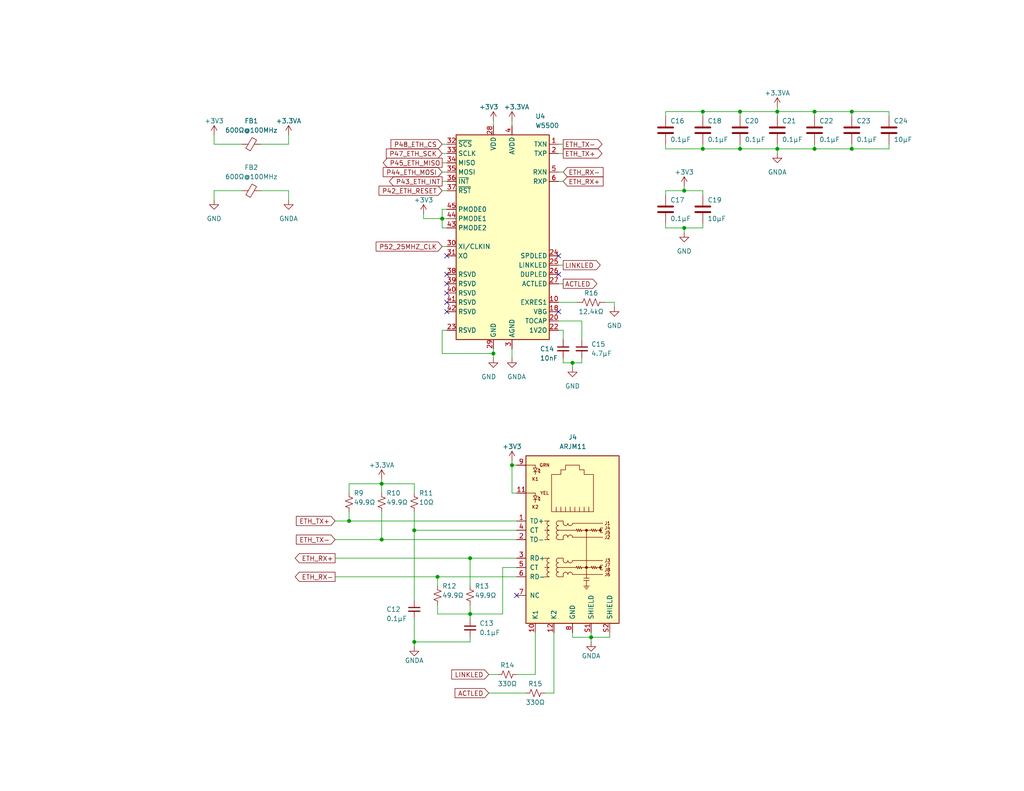
<source format=kicad_sch>
(kicad_sch (version 20230121) (generator eeschema)
  (paper "USLetter")
  (title_block (title "ETH4K") (date "7/28/2023") (rev "1") (company "Theta Machines LLC") (comment 1 "Ryan Stracener") (comment 2 "© 2023, Theta Machines LLC. ") (comment 3 "There is an Important Notice and Disclaimer at the end of this document."))
  (lib_symbols
    (symbol "+3V3_1" (power) (pin_names (offset 0))
      (property "Value" "+3V3_1" (at 0 3.556 0))
      (symbol "+3V3_1_0_1"
        (polyline (pts (xy -0.762 1.27) (xy 0 2.54)))
        (polyline (pts (xy 0 0) (xy 0 2.54)))
        (polyline (pts (xy 0 2.54) (xy 0.762 1.27)))
      )
      (symbol "+3V3_1_1_1"
        (pin power_in line (at 0 0 90) (length 0) hide (name "+3V3") (number "1"))
      )
    )
    (symbol "+3V3_2" (power) (pin_names (offset 0))
      (property "Value" "+3V3_2" (at 0 3.556 0))
      (symbol "+3V3_2_0_1"
        (polyline (pts (xy -0.762 1.27) (xy 0 2.54)))
        (polyline (pts (xy 0 0) (xy 0 2.54)))
        (polyline (pts (xy 0 2.54) (xy 0.762 1.27)))
      )
      (symbol "+3V3_2_1_1"
        (pin power_in line (at 0 0 90) (length 0) hide (name "+3V3") (number "1"))
      )
    )
    (symbol "+3V3_3" (power) (pin_names (offset 0))
      (property "Value" "+3V3_3" (at 0 3.556 0))
      (symbol "+3V3_3_0_1"
        (polyline (pts (xy -0.762 1.27) (xy 0 2.54)))
        (polyline (pts (xy 0 0) (xy 0 2.54)))
        (polyline (pts (xy 0 2.54) (xy 0.762 1.27)))
      )
      (symbol "+3V3_3_1_1"
        (pin power_in line (at 0 0 90) (length 0) hide (name "+3V3") (number "1"))
      )
    )
    (symbol "Device:C" (pin_numbers hide) (pin_names (offset 0.254))
      (property "Reference" "C" (at 0.635 2.54 0))
      (property "Value" "C" (at 0.635 -2.54 0))
      (symbol "C_0_1"
        (polyline (pts (xy -2.032 -0.762) (xy 2.032 -0.762)) (stroke (width 0.508)))
        (polyline (pts (xy -2.032 0.762) (xy 2.032 0.762)) (stroke (width 0.508)))
      )
      (symbol "C_1_1"
        (pin passive line (at 0 3.81 270) (length 2.794) (name "~") (number "1"))
        (pin passive line (at 0 -3.81 90) (length 2.794) (name "~") (number "2"))
      )
    )
    (symbol "Device:C_Small" (pin_numbers hide) (pin_names (offset 0.254) hide)
      (property "Reference" "C" (at 0.254 1.778 0))
      (property "Value" "C_Small" (at 0.254 -2.032 0))
      (symbol "C_Small_0_1"
        (polyline (pts (xy -1.524 -0.508) (xy 1.524 -0.508)) (stroke (width 0.3302)))
        (polyline (pts (xy -1.524 0.508) (xy 1.524 0.508)) (stroke (width 0.3048)))
      )
      (symbol "C_Small_1_1"
        (pin passive line (at 0 2.54 270) (length 2.032) (name "~") (number "1"))
        (pin passive line (at 0 -2.54 90) (length 2.032) (name "~") (number "2"))
      )
    )
    (symbol "Device:FerriteBead_Small" (pin_numbers hide) (pin_names (offset 0))
      (property "Reference" "FB" (at 1.905 1.27 0))
      (property "Value" "FerriteBead_Small" (at 1.905 -1.27 0))
      (symbol "FerriteBead_Small_0_1"
        (polyline (pts (xy 0 -1.27) (xy 0 -0.7874)))
        (polyline (pts (xy 0 0.889) (xy 0 1.2954)))
        (polyline (pts (xy -1.8288 0.2794) (xy -1.1176 1.4986) (xy 1.8288 -0.2032) (xy 1.1176 -1.4224) (xy -1.8288 0.2794)))
      )
      (symbol "FerriteBead_Small_1_1"
        (pin passive line (at 0 2.54 270) (length 1.27) (name "~") (number "1"))
        (pin passive line (at 0 -2.54 90) (length 1.27) (name "~") (number "2"))
      )
    )
    (symbol "Device:R_Small_US" (pin_numbers hide) (pin_names (offset 0.254) hide)
      (property "Reference" "R" (at 0.762 0.508 0))
      (property "Value" "R_Small_US" (at 0.762 -1.016 0))
      (symbol "R_Small_US_1_1"
        (polyline (pts (xy 0 0) (xy 1.016 -0.381) (xy 0 -0.762) (xy -1.016 -1.143) (xy 0 -1.524)))
        (polyline (pts (xy 0 1.524) (xy 1.016 1.143) (xy 0 0.762) (xy -1.016 0.381) (xy 0 0)))
        (pin passive line (at 0 2.54 270) (length 1.016) (name "~") (number "1"))
        (pin passive line (at 0 -2.54 90) (length 1.016) (name "~") (number "2"))
      )
    )
    (symbol "Device:R_US" (pin_numbers hide) (pin_names (offset 0))
      (property "Reference" "R" (at 2.54 0 90))
      (property "Value" "R_US" (at -2.54 0 90))
      (symbol "R_US_0_1"
        (polyline (pts (xy 0 -2.286) (xy 0 -2.54)))
        (polyline (pts (xy 0 2.286) (xy 0 2.54)))
        (polyline (pts (xy 0 -0.762) (xy 1.016 -1.143) (xy 0 -1.524) (xy -1.016 -1.905) (xy 0 -2.286)))
        (polyline (pts (xy 0 0.762) (xy 1.016 0.381) (xy 0 0) (xy -1.016 -0.381) (xy 0 -0.762)))
        (polyline (pts (xy 0 2.286) (xy 1.016 1.905) (xy 0 1.524) (xy -1.016 1.143) (xy 0 0.762)))
      )
      (symbol "R_US_1_1"
        (pin passive line (at 0 3.81 270) (length 1.27) (name "~") (number "1"))
        (pin passive line (at 0 -3.81 90) (length 1.27) (name "~") (number "2"))
      )
    )
    (symbol "GND_1" (power) (pin_names (offset 0))
      (property "Value" "GND_1" (at 0 -3.81 0))
      (symbol "GND_1_0_1"
        (polyline (pts (xy 0 0) (xy 0 -1.27) (xy 1.27 -1.27) (xy 0 -2.54) (xy -1.27 -1.27) (xy 0 -1.27)))
      )
      (symbol "GND_1_1_1"
        (pin power_in line (at 0 0 270) (length 0) hide (name "GND") (number "1"))
      )
    )
    (symbol "GND_2" (power) (pin_names (offset 0))
      (property "Value" "GND_2" (at 0 -3.81 0))
      (symbol "GND_2_0_1"
        (polyline (pts (xy 0 0) (xy 0 -1.27) (xy 1.27 -1.27) (xy 0 -2.54) (xy -1.27 -1.27) (xy 0 -1.27)))
      )
      (symbol "GND_2_1_1"
        (pin power_in line (at 0 0 270) (length 0) hide (name "GND") (number "1"))
      )
    )
    (symbol "Interface_Ethernet:W5500"
      (property "Reference" "U" (at -11.43 29.21 0))
      (property "Value" "W5500" (at 8.89 29.21 0))
      (symbol "W5500_0_1"
        (rectangle (start -12.7 27.94) (end 12.7 -27.94) (stroke (width 0.254)) (fill (type background)))
      )
      (symbol "W5500_1_1"
        (pin output line (at 15.24 25.4 180) (length 2.54) (name "TXN") (number "1"))
        (pin passive line (at 15.24 -17.78 180) (length 2.54) (name "EXRES1") (number "10"))
        (pin passive line (at 2.54 30.48 270) (length 2.54) hide (name "AVDD") (number "11"))
        (pin no_connect line (at 12.7 7.62 180) (length 2.54) hide (name "NC") (number "12"))
        (pin no_connect line (at 12.7 5.08 180) (length 2.54) hide (name "NC") (number "13"))
        (pin passive line (at 2.54 -30.48 90) (length 2.54) hide (name "AGND") (number "14"))
        (pin passive line (at 2.54 30.48 270) (length 2.54) hide (name "AVDD") (number "15"))
        (pin passive line (at 2.54 -30.48 90) (length 2.54) hide (name "AGND") (number "16"))
        (pin passive line (at 2.54 30.48 270) (length 2.54) hide (name "AVDD") (number "17"))
        (pin passive line (at 15.24 -20.32 180) (length 2.54) (name "VBG") (number "18"))
        (pin passive line (at 2.54 -30.48 90) (length 2.54) hide (name "AGND") (number "19"))
        (pin output line (at 15.24 22.86 180) (length 2.54) (name "TXP") (number "2"))
        (pin passive line (at 15.24 -22.86 180) (length 2.54) (name "TOCAP") (number "20"))
        (pin passive line (at 2.54 30.48 270) (length 2.54) hide (name "AVDD") (number "21"))
        (pin output line (at 15.24 -25.4 180) (length 2.54) (name "1V2O") (number "22"))
        (pin input line (at -15.24 -25.4 0) (length 2.54) (name "RSVD") (number "23"))
        (pin output line (at 15.24 -5.08 180) (length 2.54) (name "SPDLED") (number "24"))
        (pin output line (at 15.24 -7.62 180) (length 2.54) (name "LINKLED") (number "25"))
        (pin output line (at 15.24 -10.16 180) (length 2.54) (name "DUPLED") (number "26"))
        (pin output line (at 15.24 -12.7 180) (length 2.54) (name "ACTLED") (number "27"))
        (pin power_in line (at -2.54 30.48 270) (length 2.54) (name "VDD") (number "28"))
        (pin power_in line (at -2.54 -30.48 90) (length 2.54) (name "GND") (number "29"))
        (pin power_in line (at 2.54 -30.48 90) (length 2.54) (name "AGND") (number "3"))
        (pin input line (at -15.24 -2.54 0) (length 2.54) (name "XI/CLKIN") (number "30"))
        (pin output line (at -15.24 -5.08 0) (length 2.54) (name "XO") (number "31"))
        (pin input line (at -15.24 25.4 0) (length 2.54) (name "~{SCS}") (number "32"))
        (pin input line (at -15.24 22.86 0) (length 2.54) (name "SCLK") (number "33"))
        (pin output line (at -15.24 20.32 0) (length 2.54) (name "MISO") (number "34"))
        (pin input line (at -15.24 17.78 0) (length 2.54) (name "MOSI") (number "35"))
        (pin input line (at -15.24 15.24 0) (length 2.54) (name "~{INT}") (number "36"))
        (pin input line (at -15.24 12.7 0) (length 2.54) (name "~{RST}") (number "37"))
        (pin input line (at -15.24 -10.16 0) (length 2.54) (name "RSVD") (number "38"))
        (pin input line (at -15.24 -12.7 0) (length 2.54) (name "RSVD") (number "39"))
        (pin power_in line (at 2.54 30.48 270) (length 2.54) (name "AVDD") (number "4"))
        (pin input line (at -15.24 -15.24 0) (length 2.54) (name "RSVD") (number "40"))
        (pin input line (at -15.24 -17.78 0) (length 2.54) (name "RSVD") (number "41"))
        (pin input line (at -15.24 -20.32 0) (length 2.54) (name "RSVD") (number "42"))
        (pin input line (at -15.24 2.54 0) (length 2.54) (name "PMODE2") (number "43"))
        (pin input line (at -15.24 5.08 0) (length 2.54) (name "PMODE1") (number "44"))
        (pin input line (at -15.24 7.62 0) (length 2.54) (name "PMODE0") (number "45"))
        (pin no_connect line (at 12.7 2.54 180) (length 2.54) hide (name "NC") (number "46"))
        (pin no_connect line (at 12.7 0 180) (length 2.54) hide (name "NC") (number "47"))
        (pin passive line (at 2.54 -30.48 90) (length 2.54) hide (name "AGND") (number "48"))
        (pin input line (at 15.24 17.78 180) (length 2.54) (name "RXN") (number "5"))
        (pin input line (at 15.24 15.24 180) (length 2.54) (name "RXP") (number "6"))
        (pin no_connect line (at 12.7 10.16 180) (length 2.54) hide (name "DNC") (number "7"))
        (pin passive line (at 2.54 30.48 270) (length 2.54) hide (name "AVDD") (number "8"))
        (pin passive line (at 2.54 -30.48 90) (length 2.54) hide (name "AGND") (number "9"))
      )
    )
    (symbol "custom_symbols:RJ45_LED_Shielded" (pin_names (offset 1.016))
      (property "Reference" "J" (at 0 27.94 0))
      (property "Value" "RJ45_LED_Shielded" (at -8.89 25.4 0))
      (symbol "RJ45_LED_Shielded_0_0"
        (polyline (pts (xy 3.048 -13.97) (xy 4.572 -13.97)))
        (polyline (pts (xy 3.302 -14.351) (xy 4.318 -14.351)))
        (polyline (pts (xy 3.556 -14.732) (xy 4.064 -14.732)))
        (polyline (pts (xy 3.81 -12.446) (xy 3.81 -13.97)))
        (polyline (pts (xy 3.81 1.27) (xy 3.81 -11.811)))
        (polyline (pts (xy 4.572 -12.446) (xy 3.048 -12.446)))
        (polyline (pts (xy 4.572 -11.811) (xy 3.048 -11.811)))
        (polyline (pts (xy 7.62 -8.89) (xy 6.604 -8.89)))
        (polyline (pts (xy 7.62 1.27) (xy 6.604 1.27)))
        (polyline (pts (xy 8.255 -8.255) (xy 7.62 -8.255) (xy 7.62 -9.525) (xy 8.255 -9.525)))
        (polyline (pts (xy 8.255 1.905) (xy 7.62 1.905) (xy 7.62 0.635) (xy 8.255 0.635)))
        (circle (center 3.81 -8.89) (radius 0.254) (stroke (width 0.254)) (fill (type outline)))
        (circle (center 3.81 1.27) (radius 0.254) (stroke (width 0.254)) (fill (type outline)))
        (circle (center 7.62 -8.89) (radius 0.254) (stroke (width 0.254)) (fill (type outline)))
        (circle (center 7.62 1.27) (radius 0.254) (stroke (width 0.254)) (fill (type outline)))
        (text "GRN" (at -7.62 19.05 0) (effects (font (size 0.889 0.889))))
        (text "J1" (at 9.525 3.175 0) (effects (font (size 0.889 0.889))))
        (text "J2" (at 9.525 -0.635 0) (effects (font (size 0.889 0.889))))
        (text "J3" (at 9.525 -6.985 0) (effects (font (size 0.889 0.889))))
        (text "J4" (at 9.525 1.905 0) (effects (font (size 0.889 0.889))))
        (text "J5" (at 9.525 0.635 0) (effects (font (size 0.889 0.889))))
        (text "J6" (at 9.525 -10.795 0) (effects (font (size 0.889 0.889))))
        (text "J7" (at 9.525 -8.255 0) (effects (font (size 0.889 0.889))))
        (text "J8" (at 9.525 -9.525 0) (effects (font (size 0.889 0.889))))
        (text "YEL" (at -7.62 11.43 0) (effects (font (size 0.889 0.889))))
      )
      (symbol "RJ45_LED_Shielded_0_1"
        (rectangle (start -12.7 21.59) (end 12.7 -24.13) (stroke (width 0.254)) (fill (type background)))
        (arc (start -6.35 -10.16) (mid -6.98 -10.795) (end -6.35 -11.43))
        (arc (start -6.35 -8.89) (mid -6.98 -9.525) (end -6.35 -10.16))
        (arc (start -6.35 -7.62) (mid -6.98 -8.255) (end -6.35 -8.89))
        (arc (start -6.35 -6.35) (mid -6.98 -6.985) (end -6.35 -7.62))
        (arc (start -6.35 0) (mid -6.98 -0.635) (end -6.35 -1.27))
        (arc (start -6.35 1.27) (mid -6.98 0.635) (end -6.35 0))
        (arc (start -6.35 2.54) (mid -6.98 1.905) (end -6.35 1.27))
        (arc (start -6.35 3.81) (mid -6.98 3.175) (end -6.35 2.54))
        (arc (start -3.81 -10.16) (mid -4.44 -10.79) (end -3.81 -11.43))
        (arc (start -3.81 -8.89) (mid -4.44 -9.52) (end -3.81 -10.16))
        (arc (start -3.81 -7.62) (mid -4.44 -8.25) (end -3.81 -8.89))
        (arc (start -3.81 -6.35) (mid -4.44 -6.98) (end -3.81 -7.62))
        (arc (start -3.81 0) (mid -4.44 -0.63) (end -3.81 -1.27))
        (arc (start -3.81 1.27) (mid -4.44 0.64) (end -3.81 0))
        (arc (start -3.81 2.54) (mid -4.44 1.91) (end -3.81 1.27))
        (arc (start -3.81 3.81) (mid -4.44 3.18) (end -3.81 2.54))
        (arc (start -2.54 -6.985) (mid -1.905 -7.6173) (end -1.27 -6.985))
        (arc (start -2.54 3.175) (mid -1.905 2.5427) (end -1.27 3.175))
        (arc (start -1.27 -10.795) (mid -1.905 -10.1627) (end -2.54 -10.795))
        (arc (start -1.27 -6.985) (mid -0.635 -7.6173) (end 0 -6.985))
        (arc (start -1.27 -0.635) (mid -1.905 -0.0027) (end -2.54 -0.635))
        (arc (start -1.27 3.175) (mid -0.635 2.5427) (end 0 3.175))
        (arc (start 0 -10.795) (mid -0.635 -10.1627) (end -1.27 -10.795))
        (arc (start 0 -0.635) (mid -0.635 -0.0027) (end -1.27 -0.635))
        (polyline (pts (xy -12.7 11.43) (xy -10.16 11.43)))
        (polyline (pts (xy -12.7 19.05) (xy -10.16 19.05)))
        (polyline (pts (xy -10.16 8.89) (xy -10.16 9.652)))
        (polyline (pts (xy -10.16 11.43) (xy -10.16 10.668)))
        (polyline (pts (xy -10.16 16.51) (xy -10.16 17.272)))
        (polyline (pts (xy -10.16 19.05) (xy -10.16 18.288)))
        (polyline (pts (xy -9.652 9.652) (xy -10.668 9.652)))
        (polyline (pts (xy -9.652 17.272) (xy -10.668 17.272)))
        (polyline (pts (xy -8.89 9.398) (xy -9.017 9.779)))
        (polyline (pts (xy -8.89 10.033) (xy -9.017 10.414)))
        (polyline (pts (xy -8.89 17.018) (xy -9.017 17.399)))
        (polyline (pts (xy -8.89 17.653) (xy -9.017 18.034)))
        (polyline (pts (xy -6.35 -11.43) (xy -7.62 -11.43)))
        (polyline (pts (xy -6.35 -8.89) (xy -7.62 -8.89)))
        (polyline (pts (xy -6.35 -6.35) (xy -7.62 -6.35)))
        (polyline (pts (xy -6.35 -1.27) (xy -7.62 -1.27)))
        (polyline (pts (xy -6.35 1.27) (xy -7.62 1.27)))
        (polyline (pts (xy -6.35 3.81) (xy -7.62 3.81)))
        (polyline (pts (xy 0 -10.795) (xy 8.255 -10.795)))
        (polyline (pts (xy 0 -6.985) (xy 8.255 -6.985)))
        (polyline (pts (xy 0 -0.635) (xy 8.255 -0.635)))
        (polyline (pts (xy 0 3.175) (xy 8.255 3.175)))
        (polyline (pts (xy 1.016 -8.89) (xy -3.81 -8.89)))
        (polyline (pts (xy 1.016 1.27) (xy -3.81 1.27)))
        (polyline (pts (xy 2.54 -8.89) (xy 5.08 -8.89)))
        (polyline (pts (xy 2.54 1.27) (xy 5.08 1.27)))
        (polyline (pts (xy 3.175 7.62) (xy 3.175 6.35)))
        (polyline (pts (xy 4.445 7.62) (xy 4.445 6.35)))
        (polyline (pts (xy -9.398 9.906) (xy -8.89 9.398) (xy -9.271 9.525)))
        (polyline (pts (xy -9.398 10.541) (xy -8.89 10.033) (xy -9.271 10.16)))
        (polyline (pts (xy -9.398 17.526) (xy -8.89 17.018) (xy -9.271 17.145)))
        (polyline (pts (xy -9.398 18.161) (xy -8.89 17.653) (xy -9.271 17.78)))
        (polyline (pts (xy -4.445 6.35) (xy -4.445 7.62) (xy -4.445 7.62)))
        (polyline (pts (xy -3.81 -6.35) (xy -2.54 -6.35) (xy -2.54 -6.985)))
        (polyline (pts (xy -3.81 3.81) (xy -2.54 3.81) (xy -2.54 3.175)))
        (polyline (pts (xy -3.175 6.35) (xy -3.175 7.62) (xy -3.175 7.62)))
        (polyline (pts (xy -2.54 -10.795) (xy -2.54 -11.43) (xy -3.81 -11.43)))
        (polyline (pts (xy -2.54 -0.635) (xy -2.54 -1.27) (xy -3.81 -1.27)))
        (polyline (pts (xy -1.905 6.35) (xy -1.905 7.62) (xy -1.905 7.62)))
        (polyline (pts (xy -0.635 6.35) (xy -0.635 7.62) (xy -0.635 7.62)))
        (polyline (pts (xy 0.635 6.35) (xy 0.635 7.62) (xy 0.635 7.62)))
        (polyline (pts (xy 1.905 7.62) (xy 1.905 6.35) (xy 1.905 6.35)))
        (polyline (pts (xy -10.16 9.652) (xy -9.652 10.668) (xy -10.668 10.668) (xy -10.16 9.652)))
        (polyline (pts (xy -10.16 17.272) (xy -9.652 18.288) (xy -10.668 18.288) (xy -10.16 17.272)))
        (polyline (pts (xy 1.016 -8.89) (xy 1.143 -8.509) (xy 1.397 -9.271) (xy 1.651 -8.509) (xy 1.905 -9.271) (xy 2.159 -8.509) (xy 2.413 -9.271) (xy 2.54 -8.89)))
        (polyline (pts (xy 2.54 1.27) (xy 2.413 0.889) (xy 2.159 1.651) (xy 1.905 0.889) (xy 1.651 1.651) (xy 1.397 0.889) (xy 1.143 1.651) (xy 1.016 1.27)))
        (polyline (pts (xy 5.08 -8.89) (xy 5.207 -8.509) (xy 5.461 -9.271) (xy 5.715 -8.509) (xy 5.969 -9.271) (xy 6.223 -8.509) (xy 6.477 -9.271) (xy 6.604 -8.89)))
        (polyline (pts (xy 5.08 1.27) (xy 5.207 1.651) (xy 5.461 0.889) (xy 5.715 1.651) (xy 5.969 0.889) (xy 6.223 1.651) (xy 6.477 0.889) (xy 6.604 1.27)))
        (polyline (pts (xy -5.715 6.35) (xy 5.715 6.35) (xy 5.715 16.51) (xy 3.175 16.51) (xy 3.175 17.78) (xy 1.905 17.78) (xy 1.905 19.05) (xy -1.905 19.05) (xy -1.905 17.78) (xy -3.175 17.78) (xy -3.175 16.51) (xy -5.715 16.51) (xy -5.715 6.35) (xy -5.715 6.35)))
      )
      (symbol "RJ45_LED_Shielded_1_0"
        (text "K1" (at -10.16 15.24 0) (effects (font (size 0.889 0.889))))
        (text "K2" (at -10.16 7.62 0) (effects (font (size 0.889 0.889))))
      )
      (symbol "RJ45_LED_Shielded_1_1"
        (pin passive line (at -15.24 3.81 0) (length 2.54) (name "TD+") (number "1"))
        (pin passive line (at -10.16 -26.67 90) (length 2.54) (name "K1") (number "10"))
        (pin passive line (at -15.24 11.43 0) (length 2.54) (name "") (number "11"))
        (pin passive line (at -5.08 -26.67 90) (length 2.54) (name "K2") (number "12"))
        (pin passive line (at -15.24 -1.27 0) (length 2.54) (name "TD-") (number "2"))
        (pin passive line (at -15.24 -6.35 0) (length 2.54) (name "RD+") (number "3"))
        (pin passive line (at -15.24 1.27 0) (length 2.54) (name "CT") (number "4"))
        (pin passive line (at -15.24 -8.89 0) (length 2.54) (name "CT") (number "5"))
        (pin passive line (at -15.24 -11.43 0) (length 2.54) (name "RD-") (number "6"))
        (pin passive line (at -15.24 -16.51 0) (length 2.54) (name "NC") (number "7"))
        (pin passive line (at 0 -26.67 90) (length 2.54) (name "GND") (number "8"))
        (pin passive line (at -15.24 19.05 0) (length 2.54) (name "") (number "9"))
        (pin passive line (at 5.08 -26.67 90) (length 2.54) (name "SHIELD") (number "S1"))
        (pin passive line (at 10.16 -26.67 90) (length 2.54) (name "SHIELD") (number "S2"))
      )
    )
    (symbol "power:+3.3VA" (power) (pin_names (offset 0))
      (property "Value" "+3.3VA" (at 0 3.556 0))
      (symbol "+3.3VA_0_1"
        (polyline (pts (xy -0.762 1.27) (xy 0 2.54)))
        (polyline (pts (xy 0 0) (xy 0 2.54)))
        (polyline (pts (xy 0 2.54) (xy 0.762 1.27)))
      )
      (symbol "+3.3VA_1_1"
        (pin power_in line (at 0 0 90) (length 0) hide (name "+3.3VA") (number "1"))
      )
    )
    (symbol "power:+3V3" (power) (pin_names (offset 0))
      (property "Value" "+3V3" (at 0 3.556 0))
      (symbol "+3V3_0_1"
        (polyline (pts (xy -0.762 1.27) (xy 0 2.54)))
        (polyline (pts (xy 0 0) (xy 0 2.54)))
        (polyline (pts (xy 0 2.54) (xy 0.762 1.27)))
      )
      (symbol "+3V3_1_1"
        (pin power_in line (at 0 0 90) (length 0) hide (name "+3V3") (number "1"))
      )
    )
    (symbol "power:GND" (power) (pin_names (offset 0))
      (property "Value" "GND" (at 0 -3.81 0))
      (symbol "GND_0_1"
        (polyline (pts (xy 0 0) (xy 0 -1.27) (xy 1.27 -1.27) (xy 0 -2.54) (xy -1.27 -1.27) (xy 0 -1.27)))
      )
      (symbol "GND_1_1"
        (pin power_in line (at 0 0 270) (length 0) hide (name "GND") (number "1"))
      )
    )
    (symbol "power:GNDA" (power) (pin_names (offset 0))
      (property "Value" "GNDA" (at 0 -3.81 0))
      (symbol "GNDA_0_1"
        (polyline (pts (xy 0 0) (xy 0 -1.27) (xy 1.27 -1.27) (xy 0 -2.54) (xy -1.27 -1.27) (xy 0 -1.27)))
      )
      (symbol "GNDA_1_1"
        (pin power_in line (at 0 0 270) (length 0) hide (name "GNDA") (number "1"))
      )
    )
  )
  (junction (at 134.62 96.52))
  (junction (at 139.7 127))
  (junction (at 104.14 132.08))
  (junction (at 201.93 30.48))
  (junction (at 222.25 40.64))
  (junction (at 191.77 40.64))
  (junction (at 156.21 99.06))
  (junction (at 95.25 142.24))
  (junction (at 186.69 52.07))
  (junction (at 232.41 40.64))
  (junction (at 128.27 167.64))
  (junction (at 222.25 30.48))
  (junction (at 212.09 30.48))
  (junction (at 128.27 152.4))
  (junction (at 113.03 175.26))
  (junction (at 201.93 40.64))
  (junction (at 161.29 173.99))
  (junction (at 212.09 40.64))
  (junction (at 119.38 157.48))
  (junction (at 120.65 59.69))
  (junction (at 232.41 30.48))
  (junction (at 113.03 144.78))
  (junction (at 191.77 30.48))
  (junction (at 104.14 147.32))
  (junction (at 186.69 62.23))
  (no_connect (at 152.4 74.93))
  (no_connect (at 152.4 69.85))
  (no_connect (at 140.97 162.56))
  (no_connect (at 121.92 80.01))
  (no_connect (at 121.92 74.93))
  (no_connect (at 121.92 82.55))
  (no_connect (at 121.92 85.09))
  (no_connect (at 121.92 69.85))
  (no_connect (at 152.4 85.09))
  (no_connect (at 121.92 77.47))
  (wire (pts (xy 58.42 54.61) (xy 58.42 52.07)))
  (wire (pts (xy 156.21 173.99) (xy 156.21 172.72)))
  (wire (pts (xy 95.25 142.24) (xy 140.97 142.24)))
  (wire (pts (xy 167.64 83.82) (xy 167.64 82.55)))
  (wire (pts (xy 113.03 176.53) (xy 113.03 175.26)))
  (wire (pts (xy 148.59 189.23) (xy 151.13 189.23)))
  (wire (pts (xy 152.4 87.63) (xy 158.75 87.63)))
  (wire (pts (xy 186.69 62.23) (xy 191.77 62.23)))
  (wire (pts (xy 222.25 40.64) (xy 212.09 40.64)))
  (wire (pts (xy 113.03 144.78) (xy 140.97 144.78)))
  (wire (pts (xy 158.75 97.79) (xy 158.75 99.06)))
  (wire (pts (xy 158.75 87.63) (xy 158.75 92.71)))
  (wire (pts (xy 161.29 175.26) (xy 161.29 173.99)))
  (wire (pts (xy 153.67 77.47) (xy 152.4 77.47)))
  (wire (pts (xy 191.77 52.07) (xy 191.77 53.34)))
  (wire (pts (xy 212.09 30.48) (xy 222.25 30.48)))
  (wire (pts (xy 120.65 90.17) (xy 120.65 96.52)))
  (wire (pts (xy 222.25 39.37) (xy 222.25 40.64)))
  (wire (pts (xy 139.7 97.79) (xy 139.7 95.25)))
  (wire (pts (xy 156.21 99.06) (xy 153.67 99.06)))
  (wire (pts (xy 128.27 173.99) (xy 128.27 175.26)))
  (wire (pts (xy 134.62 96.52) (xy 134.62 95.25)))
  (wire (pts (xy 120.65 67.31) (xy 121.92 67.31)))
  (wire (pts (xy 151.13 172.72) (xy 151.13 189.23)))
  (wire (pts (xy 113.03 175.26) (xy 113.03 168.91)))
  (wire (pts (xy 165.1 82.55) (xy 167.64 82.55)))
  (wire (pts (xy 186.69 50.8) (xy 186.69 52.07)))
  (wire (pts (xy 104.14 139.7) (xy 104.14 147.32)))
  (wire (pts (xy 91.44 152.4) (xy 128.27 152.4)))
  (wire (pts (xy 140.97 134.62) (xy 139.7 134.62)))
  (wire (pts (xy 58.42 39.37) (xy 66.04 39.37)))
  (wire (pts (xy 134.62 96.52) (xy 134.62 97.79)))
  (wire (pts (xy 191.77 30.48) (xy 181.61 30.48)))
  (wire (pts (xy 58.42 52.07) (xy 66.04 52.07)))
  (wire (pts (xy 153.67 92.71) (xy 153.67 90.17)))
  (wire (pts (xy 140.97 184.15) (xy 146.05 184.15)))
  (wire (pts (xy 128.27 152.4) (xy 140.97 152.4)))
  (wire (pts (xy 232.41 40.64) (xy 222.25 40.64)))
  (wire (pts (xy 91.44 142.24) (xy 95.25 142.24)))
  (wire (pts (xy 232.41 30.48) (xy 232.41 31.75)))
  (wire (pts (xy 212.09 41.91) (xy 212.09 40.64)))
  (wire (pts (xy 232.41 39.37) (xy 232.41 40.64)))
  (wire (pts (xy 186.69 52.07) (xy 181.61 52.07)))
  (wire (pts (xy 104.14 132.08) (xy 104.14 134.62)))
  (wire (pts (xy 212.09 29.21) (xy 212.09 30.48)))
  (wire (pts (xy 128.27 167.64) (xy 128.27 165.1)))
  (wire (pts (xy 191.77 60.96) (xy 191.77 62.23)))
  (wire (pts (xy 181.61 62.23) (xy 186.69 62.23)))
  (wire (pts (xy 181.61 30.48) (xy 181.61 31.75)))
  (wire (pts (xy 119.38 165.1) (xy 119.38 167.64)))
  (wire (pts (xy 191.77 30.48) (xy 191.77 31.75)))
  (wire (pts (xy 222.25 30.48) (xy 222.25 31.75)))
  (wire (pts (xy 212.09 39.37) (xy 212.09 40.64)))
  (wire (pts (xy 134.62 33.02) (xy 134.62 34.29)))
  (wire (pts (xy 95.25 132.08) (xy 104.14 132.08)))
  (wire (pts (xy 139.7 127) (xy 140.97 127)))
  (wire (pts (xy 128.27 168.91) (xy 128.27 167.64)))
  (wire (pts (xy 120.65 46.99) (xy 121.92 46.99)))
  (wire (pts (xy 120.65 49.53) (xy 121.92 49.53)))
  (wire (pts (xy 161.29 173.99) (xy 156.21 173.99)))
  (wire (pts (xy 222.25 30.48) (xy 232.41 30.48)))
  (wire (pts (xy 137.16 167.64) (xy 128.27 167.64)))
  (wire (pts (xy 119.38 167.64) (xy 128.27 167.64)))
  (wire (pts (xy 78.74 36.83) (xy 78.74 39.37)))
  (wire (pts (xy 161.29 172.72) (xy 161.29 173.99)))
  (wire (pts (xy 120.65 59.69) (xy 120.65 57.15)))
  (wire (pts (xy 71.12 52.07) (xy 78.74 52.07)))
  (wire (pts (xy 201.93 31.75) (xy 201.93 30.48)))
  (wire (pts (xy 153.67 90.17) (xy 152.4 90.17)))
  (wire (pts (xy 191.77 40.64) (xy 201.93 40.64)))
  (wire (pts (xy 157.48 82.55) (xy 152.4 82.55)))
  (wire (pts (xy 113.03 139.7) (xy 113.03 144.78)))
  (wire (pts (xy 91.44 147.32) (xy 104.14 147.32)))
  (wire (pts (xy 153.67 41.91) (xy 152.4 41.91)))
  (wire (pts (xy 191.77 52.07) (xy 186.69 52.07)))
  (wire (pts (xy 91.44 157.48) (xy 119.38 157.48)))
  (wire (pts (xy 104.14 147.32) (xy 140.97 147.32)))
  (wire (pts (xy 191.77 39.37) (xy 191.77 40.64)))
  (wire (pts (xy 113.03 175.26) (xy 128.27 175.26)))
  (wire (pts (xy 121.92 90.17) (xy 120.65 90.17)))
  (wire (pts (xy 186.69 63.5) (xy 186.69 62.23)))
  (wire (pts (xy 242.57 30.48) (xy 242.57 31.75)))
  (wire (pts (xy 119.38 157.48) (xy 119.38 160.02)))
  (wire (pts (xy 115.57 59.69) (xy 120.65 59.69)))
  (wire (pts (xy 120.65 41.91) (xy 121.92 41.91)))
  (wire (pts (xy 201.93 30.48) (xy 191.77 30.48)))
  (wire (pts (xy 120.65 39.37) (xy 121.92 39.37)))
  (wire (pts (xy 58.42 36.83) (xy 58.42 39.37)))
  (wire (pts (xy 113.03 134.62) (xy 113.03 132.08)))
  (wire (pts (xy 120.65 96.52) (xy 134.62 96.52)))
  (wire (pts (xy 104.14 130.81) (xy 104.14 132.08)))
  (wire (pts (xy 139.7 33.02) (xy 139.7 34.29)))
  (wire (pts (xy 120.65 52.07) (xy 121.92 52.07)))
  (wire (pts (xy 95.25 134.62) (xy 95.25 132.08)))
  (wire (pts (xy 135.89 184.15) (xy 133.35 184.15)))
  (wire (pts (xy 212.09 30.48) (xy 212.09 31.75)))
  (wire (pts (xy 121.92 59.69) (xy 120.65 59.69)))
  (wire (pts (xy 153.67 39.37) (xy 152.4 39.37)))
  (wire (pts (xy 78.74 39.37) (xy 71.12 39.37)))
  (wire (pts (xy 78.74 52.07) (xy 78.74 54.61)))
  (wire (pts (xy 139.7 134.62) (xy 139.7 127)))
  (wire (pts (xy 140.97 154.94) (xy 137.16 154.94)))
  (wire (pts (xy 128.27 152.4) (xy 128.27 160.02)))
  (wire (pts (xy 181.61 52.07) (xy 181.61 53.34)))
  (wire (pts (xy 242.57 40.64) (xy 232.41 40.64)))
  (wire (pts (xy 153.67 49.53) (xy 152.4 49.53)))
  (wire (pts (xy 115.57 58.42) (xy 115.57 59.69)))
  (wire (pts (xy 139.7 125.73) (xy 139.7 127)))
  (wire (pts (xy 121.92 62.23) (xy 120.65 62.23)))
  (wire (pts (xy 113.03 132.08) (xy 104.14 132.08)))
  (wire (pts (xy 156.21 99.06) (xy 156.21 100.33)))
  (wire (pts (xy 201.93 40.64) (xy 201.93 39.37)))
  (wire (pts (xy 120.65 44.45) (xy 121.92 44.45)))
  (wire (pts (xy 212.09 40.64) (xy 201.93 40.64)))
  (wire (pts (xy 166.37 172.72) (xy 166.37 173.99)))
  (wire (pts (xy 113.03 144.78) (xy 113.03 163.83)))
  (wire (pts (xy 158.75 99.06) (xy 156.21 99.06)))
  (wire (pts (xy 153.67 99.06) (xy 153.67 97.79)))
  (wire (pts (xy 181.61 39.37) (xy 181.61 40.64)))
  (wire (pts (xy 242.57 39.37) (xy 242.57 40.64)))
  (wire (pts (xy 181.61 60.96) (xy 181.61 62.23)))
  (wire (pts (xy 143.51 189.23) (xy 133.35 189.23)))
  (wire (pts (xy 232.41 30.48) (xy 242.57 30.48)))
  (wire (pts (xy 166.37 173.99) (xy 161.29 173.99)))
  (wire (pts (xy 95.25 139.7) (xy 95.25 142.24)))
  (wire (pts (xy 120.65 62.23) (xy 120.65 59.69)))
  (wire (pts (xy 146.05 172.72) (xy 146.05 184.15)))
  (wire (pts (xy 153.67 46.99) (xy 152.4 46.99)))
  (wire (pts (xy 153.67 72.39) (xy 152.4 72.39)))
  (wire (pts (xy 137.16 154.94) (xy 137.16 167.64)))
  (wire (pts (xy 121.92 57.15) (xy 120.65 57.15)))
  (wire (pts (xy 119.38 157.48) (xy 140.97 157.48)))
  (wire (pts (xy 181.61 40.64) (xy 191.77 40.64)))
  (wire (pts (xy 201.93 30.48) (xy 212.09 30.48)))
  (global_label "P45_ETH_MISO" (shape output) (at 120.65 44.45 180) (property "Intersheetrefs" "${INTERSHEET_REFS}" (effects hide)))
  (global_label "P44_ETH_MOSI" (shape input) (at 120.65 46.99 180) (property "Intersheetrefs" "${INTERSHEET_REFS}" (effects hide)))
  (global_label "LINKLED" (shape input) (at 133.35 184.15 180) (property "Intersheetrefs" "${INTERSHEET_REFS}" (effects hide)))
  (global_label "ETH_TX-" (shape output) (at 153.67 39.37 0) (property "Intersheetrefs" "${INTERSHEET_REFS}" (effects hide)))
  (global_label "P43_ETH_INT" (shape output) (at 120.65 49.53 180) (property "Intersheetrefs" "${INTERSHEET_REFS}" (effects hide)))
  (global_label "P52_25MHZ_CLK" (shape input) (at 120.65 67.31 180) (property "Intersheetrefs" "${INTERSHEET_REFS}" (effects hide)))
  (global_label "ETH_TX+" (shape output) (at 153.67 41.91 0) (property "Intersheetrefs" "${INTERSHEET_REFS}" (effects hide)))
  (global_label "ETH_RX-" (shape input) (at 153.67 46.99 0) (property "Intersheetrefs" "${INTERSHEET_REFS}" (effects hide)))
  (global_label "P48_ETH_CS" (shape input) (at 120.65 39.37 180) (property "Intersheetrefs" "${INTERSHEET_REFS}" (effects hide)))
  (global_label "ETH_RX+" (shape output) (at 91.44 152.4 180) (property "Intersheetrefs" "${INTERSHEET_REFS}" (effects hide)))
  (global_label "P47_ETH_SCK" (shape input) (at 120.65 41.91 180) (property "Intersheetrefs" "${INTERSHEET_REFS}" (effects hide)))
  (global_label "ETH_RX+" (shape input) (at 153.67 49.53 0) (property "Intersheetrefs" "${INTERSHEET_REFS}" (effects hide)))
  (global_label "ACTLED" (shape output) (at 153.67 77.47 0) (property "Intersheetrefs" "${INTERSHEET_REFS}" (effects hide)))
  (global_label "ACTLED" (shape input) (at 133.35 189.23 180) (property "Intersheetrefs" "${INTERSHEET_REFS}" (effects hide)))
  (global_label "P42_ETH_RESET" (shape input) (at 120.65 52.07 180) (property "Intersheetrefs" "${INTERSHEET_REFS}" (effects hide)))
  (global_label "LINKLED" (shape output) (at 153.67 72.39 0) (property "Intersheetrefs" "${INTERSHEET_REFS}" (effects hide)))
  (global_label "ETH_TX+" (shape input) (at 91.44 142.24 180) (property "Intersheetrefs" "${INTERSHEET_REFS}" (effects hide)))
  (global_label "ETH_RX-" (shape output) (at 91.44 157.48 180) (property "Intersheetrefs" "${INTERSHEET_REFS}" (effects hide)))
  (global_label "ETH_TX-" (shape input) (at 91.44 147.32 180) (property "Intersheetrefs" "${INTERSHEET_REFS}" (effects hide)))
  (symbol (lib_id "Interface_Ethernet:W5500") (at 137.16 64.77 0) (unit 1)
    (property "Reference" "U4" (at 146.05 31.75 0) (effects (justify left)))
    (property "Value" "W5500" (at 146.05 34.29 0) (effects (justify left)))
    (property "Footprint" "Package_QFP:LQFP-48_7x7mm_P0.5mm" (effects hide))
    (property "Datasheet" "http://wizwiki.net/wiki/lib/exe/fetch.php/products:w5500:w5500_ds_v109e.pdf" (effects hide))
  )
  (symbol (lib_id "power:GND") (at 134.62 97.79 0) (unit 1)
    (property "Reference" "#PWR049" (effects hide))
    (property "Value" "GND" (at 133.35 102.87 0))
  )
  (symbol (lib_id "custom_symbols:RJ45_LED_Shielded") (at 156.21 146.05 0) (unit 1)
    (property "Reference" "J4" (at 157.48 119.38 0) (effects (justify right)))
    (property "Value" "ARJM11" (at 160.02 121.92 0) (effects (justify right)))
    (property "Footprint" "Custom_Footprints:ARJM11B1009ABEW2" (effects hide))
  )
  (symbol (lib_id "Device:R_Small_US") (at 95.25 137.16 0) (unit 1)
    (property "Reference" "R9" (at 96.52 134.62 0) (effects (justify left)))
    (property "Value" "49.9Ω" (at 96.52 137.16 0) (effects (justify left)))
    (property "Footprint" "Resistor_SMD:R_0603_1608Metric" (effects hide))
  )
  (symbol (lib_id "power:GNDA") (at 139.7 97.79 0) (unit 1)
    (property "Reference" "#PWR051" (effects hide))
    (property "Value" "GNDA" (at 140.97 102.87 0))
  )
  (symbol (lib_name "+3V3_3") (lib_id "power:+3V3") (at 139.7 125.73 0) (unit 1)
    (property "Reference" "#PWR052" (effects hide))
    (property "Value" "+3V3" (at 139.7 121.92 0))
  )
  (symbol (lib_id "power:GNDA") (at 113.03 176.53 0) (unit 1)
    (property "Reference" "#PWR046" (effects hide))
    (property "Value" "GNDA" (at 113.03 180.34 0))
  )
  (symbol (lib_id "Device:C") (at 201.93 35.56 0) (unit 1)
    (property "Reference" "C20" (at 203.2 33.02 0) (effects (justify left)))
    (property "Value" "0.1μF" (at 203.2 38.1 0) (effects (justify left)))
    (property "Footprint" "Capacitor_SMD:C_0603_1608Metric" (effects hide))
  )
  (symbol (lib_id "Device:FerriteBead_Small") (at 68.58 52.07 90) (unit 1)
    (property "Reference" "FB2" (at 68.58 45.72 90))
    (property "Value" "600Ω@100MHz" (at 68.58 48.26 90))
    (property "Footprint" "Inductor_SMD:L_0805_2012Metric" (effects hide))
  )
  (symbol (lib_id "Device:C") (at 191.77 35.56 0) (unit 1)
    (property "Reference" "C18" (at 193.04 33.02 0) (effects (justify left)))
    (property "Value" "0.1μF" (at 193.04 38.1 0) (effects (justify left)))
    (property "Footprint" "Capacitor_SMD:C_0603_1608Metric" (effects hide))
  )
  (symbol (lib_id "Device:C") (at 242.57 35.56 0) (unit 1)
    (property "Reference" "C24" (at 243.84 33.02 0) (effects (justify left)))
    (property "Value" "10μF" (at 243.84 38.1 0) (effects (justify left)))
    (property "Footprint" "Capacitor_SMD:C_0603_1608Metric" (effects hide))
  )
  (symbol (lib_name "GND_1") (lib_id "power:GND") (at 58.42 54.61 0) (unit 1)
    (property "Reference" "#PWR042" (effects hide))
    (property "Value" "GND" (at 58.42 59.69 0))
  )
  (symbol (lib_id "power:GND") (at 186.69 63.5 0) (unit 1)
    (property "Reference" "#PWR057" (effects hide))
    (property "Value" "GND" (at 186.69 68.58 0))
  )
  (symbol (lib_id "Device:R_Small_US") (at 128.27 162.56 0) (unit 1)
    (property "Reference" "R13" (at 129.54 160.02 0) (effects (justify left)))
    (property "Value" "49.9Ω" (at 129.54 162.56 0) (effects (justify left)))
    (property "Footprint" "Resistor_SMD:R_0603_1608Metric" (effects hide))
  )
  (symbol (lib_id "Device:C") (at 222.25 35.56 0) (unit 1)
    (property "Reference" "C22" (at 223.52 33.02 0) (effects (justify left)))
    (property "Value" "0.1μF" (at 223.52 38.1 0) (effects (justify left)))
    (property "Footprint" "Capacitor_SMD:C_0603_1608Metric" (effects hide))
  )
  (symbol (lib_name "GND_2") (lib_id "power:GND") (at 167.64 83.82 0) (unit 1)
    (property "Reference" "#PWR055" (effects hide))
    (property "Value" "GND" (at 167.64 88.9 0))
  )
  (symbol (lib_id "Device:R_Small_US") (at 138.43 184.15 90) (unit 1)
    (property "Reference" "R14" (at 138.43 181.61 90))
    (property "Value" "330Ω" (at 138.43 186.69 90))
    (property "Footprint" "Resistor_SMD:R_0603_1608Metric" (effects hide))
  )
  (symbol (lib_id "Device:R_Small_US") (at 146.05 189.23 90) (unit 1)
    (property "Reference" "R15" (at 146.05 186.69 90))
    (property "Value" "330Ω" (at 146.05 191.77 90))
    (property "Footprint" "Resistor_SMD:R_0603_1608Metric" (effects hide))
  )
  (symbol (lib_name "+3V3_2") (lib_id "power:+3V3") (at 58.42 36.83 0) (unit 1)
    (property "Reference" "#PWR041" (effects hide))
    (property "Value" "+3V3" (at 58.42 33.02 0))
  )
  (symbol (lib_id "Device:R_Small_US") (at 119.38 162.56 0) (unit 1)
    (property "Reference" "R12" (at 120.65 160.02 0) (effects (justify left)))
    (property "Value" "49.9Ω" (at 120.65 162.56 0) (effects (justify left)))
    (property "Footprint" "Resistor_SMD:R_0603_1608Metric" (effects hide))
  )
  (symbol (lib_id "Device:C_Small") (at 113.03 166.37 0) (unit 1)
    (property "Reference" "C12" (at 105.41 166.37 0) (effects (justify left)))
    (property "Value" "0.1μF" (at 105.41 168.91 0) (effects (justify left)))
    (property "Footprint" "Capacitor_SMD:C_0603_1608Metric" (effects hide))
  )
  (symbol (lib_id "Device:R_US") (at 161.29 82.55 90) (unit 1)
    (property "Reference" "R16" (at 161.29 80.01 90))
    (property "Value" "12.4kΩ" (at 161.29 85.09 90))
    (property "Footprint" "Resistor_SMD:R_0603_1608Metric" (effects hide))
  )
  (symbol (lib_id "Device:C") (at 212.09 35.56 0) (unit 1)
    (property "Reference" "C21" (at 213.36 33.02 0) (effects (justify left)))
    (property "Value" "0.1μF" (at 213.36 38.1 0) (effects (justify left)))
    (property "Footprint" "Capacitor_SMD:C_0603_1608Metric" (effects hide))
  )
  (symbol (lib_id "power:+3.3VA") (at 212.09 29.21 0) (unit 1)
    (property "Reference" "#PWR058" (effects hide))
    (property "Value" "+3.3VA" (at 212.09 25.4 0))
  )
  (symbol (lib_id "Device:R_Small_US") (at 104.14 137.16 0) (unit 1)
    (property "Reference" "R10" (at 105.41 134.62 0) (effects (justify left)))
    (property "Value" "49.9Ω" (at 105.41 137.16 0) (effects (justify left)))
    (property "Footprint" "Resistor_SMD:R_0603_1608Metric" (effects hide))
  )
  (symbol (lib_id "Device:C") (at 191.77 57.15 0) (unit 1)
    (property "Reference" "C19" (at 193.04 54.61 0) (effects (justify left)))
    (property "Value" "10μF" (at 193.04 59.69 0) (effects (justify left)))
    (property "Footprint" "Capacitor_SMD:C_0603_1608Metric" (effects hide))
  )
  (symbol (lib_id "power:+3.3VA") (at 78.74 36.83 0) (unit 1)
    (property "Reference" "#PWR043" (effects hide))
    (property "Value" "+3.3VA" (at 78.74 33.02 0))
  )
  (symbol (lib_id "power:GNDA") (at 161.29 175.26 0) (unit 1)
    (property "Reference" "#PWR054" (effects hide))
    (property "Value" "GNDA" (at 161.29 179.07 0))
  )
  (symbol (lib_name "+3V3_1") (lib_id "power:+3V3") (at 134.62 33.02 0) (unit 1)
    (property "Reference" "#PWR048" (effects hide))
    (property "Value" "+3V3" (at 133.35 29.21 0))
  )
  (symbol (lib_id "power:GNDA") (at 78.74 54.61 0) (unit 1)
    (property "Reference" "#PWR044" (effects hide))
    (property "Value" "GNDA" (at 78.74 59.69 0))
  )
  (symbol (lib_id "power:GNDA") (at 212.09 41.91 0) (unit 1)
    (property "Reference" "#PWR059" (effects hide))
    (property "Value" "GNDA" (at 212.09 46.99 0))
  )
  (symbol (lib_id "Device:R_Small_US") (at 113.03 137.16 0) (unit 1)
    (property "Reference" "R11" (at 114.3 134.62 0) (effects (justify left)))
    (property "Value" "10Ω" (at 114.3 137.16 0) (effects (justify left)))
    (property "Footprint" "Resistor_SMD:R_0603_1608Metric" (effects hide))
  )
  (symbol (lib_id "Device:C_Small") (at 153.67 95.25 0) (unit 1)
    (property "Reference" "C14" (at 147.32 95.25 0) (effects (justify left)))
    (property "Value" "10nF" (at 147.32 97.79 0) (effects (justify left)))
    (property "Footprint" "Capacitor_SMD:C_0603_1608Metric" (effects hide))
  )
  (symbol (lib_id "Device:C") (at 232.41 35.56 0) (unit 1)
    (property "Reference" "C23" (at 233.68 33.02 0) (effects (justify left)))
    (property "Value" "0.1μF" (at 233.68 38.1 0) (effects (justify left)))
    (property "Footprint" "Capacitor_SMD:C_0603_1608Metric" (effects hide))
  )
  (symbol (lib_name "GND_2") (lib_id "power:GND") (at 156.21 100.33 0) (unit 1)
    (property "Reference" "#PWR053" (effects hide))
    (property "Value" "GND" (at 156.21 105.41 0))
  )
  (symbol (lib_id "Device:FerriteBead_Small") (at 68.58 39.37 90) (unit 1)
    (property "Reference" "FB1" (at 68.58 33.02 90))
    (property "Value" "600Ω@100MHz" (at 68.58 35.56 90))
    (property "Footprint" "Inductor_SMD:L_0805_2012Metric" (effects hide))
  )
  (symbol (lib_id "power:+3.3VA") (at 104.14 130.81 0) (unit 1)
    (property "Reference" "#PWR045" (effects hide))
    (property "Value" "+3.3VA" (at 104.14 127 0))
  )
  (symbol (lib_id "Device:C") (at 181.61 57.15 0) (unit 1)
    (property "Reference" "C17" (at 182.88 54.61 0) (effects (justify left)))
    (property "Value" "0.1μF" (at 182.88 59.69 0) (effects (justify left)))
    (property "Footprint" "Capacitor_SMD:C_0603_1608Metric" (effects hide))
  )
  (symbol (lib_id "power:+3V3") (at 115.57 58.42 0) (unit 1)
    (property "Reference" "#PWR047" (effects hide))
    (property "Value" "+3V3" (at 115.57 54.61 0))
  )
  (symbol (lib_id "Device:C") (at 181.61 35.56 0) (unit 1)
    (property "Reference" "C16" (at 182.88 33.02 0) (effects (justify left)))
    (property "Value" "0.1μF" (at 182.88 38.1 0) (effects (justify left)))
    (property "Footprint" "Capacitor_SMD:C_0603_1608Metric" (effects hide))
  )
  (symbol (lib_id "power:+3V3") (at 186.69 50.8 0) (unit 1)
    (property "Reference" "#PWR056" (effects hide))
    (property "Value" "+3V3" (at 186.69 46.99 0))
  )
  (symbol (lib_id "power:+3.3VA") (at 139.7 33.02 0) (unit 1)
    (property "Reference" "#PWR050" (effects hide))
    (property "Value" "+3.3VA" (at 140.97 29.21 0))
  )
  (symbol (lib_id "Device:C_Small") (at 128.27 171.45 0) (unit 1)
    (property "Reference" "C13" (at 130.81 170.18 0) (effects (justify left)))
    (property "Value" "0.1μF" (at 130.81 172.72 0) (effects (justify left)))
    (property "Footprint" "Capacitor_SMD:C_0603_1608Metric" (effects hide))
  )
  (symbol (lib_id "Device:C_Small") (at 158.75 95.25 0) (unit 1)
    (property "Reference" "C15" (at 161.29 93.98 0) (effects (justify left)))
    (property "Value" "4.7μF" (at 161.29 96.52 0) (effects (justify left)))
    (property "Footprint" "Capacitor_SMD:C_0603_1608Metric" (effects hide))
  )
)
</source>
